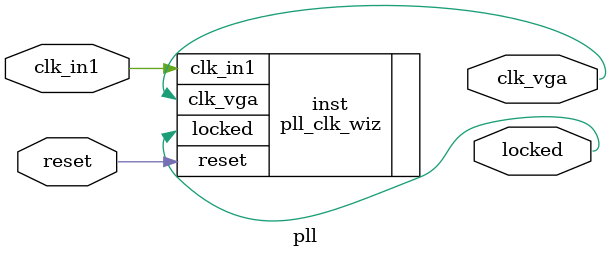
<source format=v>


`timescale 1ps/1ps

(* CORE_GENERATION_INFO = "pll,clk_wiz_v6_0_1_0_0,{component_name=pll,use_phase_alignment=true,use_min_o_jitter=false,use_max_i_jitter=false,use_dyn_phase_shift=false,use_inclk_switchover=false,use_dyn_reconfig=false,enable_axi=0,feedback_source=FDBK_AUTO,PRIMITIVE=PLL,num_out_clk=1,clkin1_period=10.000,clkin2_period=10.000,use_power_down=false,use_reset=true,use_locked=true,use_inclk_stopped=false,feedback_type=SINGLE,CLOCK_MGR_TYPE=NA,manual_override=false}" *)

module pll 
 (
  // Clock out ports
  output        clk_vga,
  // Status and control signals
  input         reset,
  output        locked,
 // Clock in ports
  input         clk_in1
 );

  pll_clk_wiz inst
  (
  // Clock out ports  
  .clk_vga(clk_vga),
  // Status and control signals               
  .reset(reset), 
  .locked(locked),
 // Clock in ports
  .clk_in1(clk_in1)
  );

endmodule

</source>
